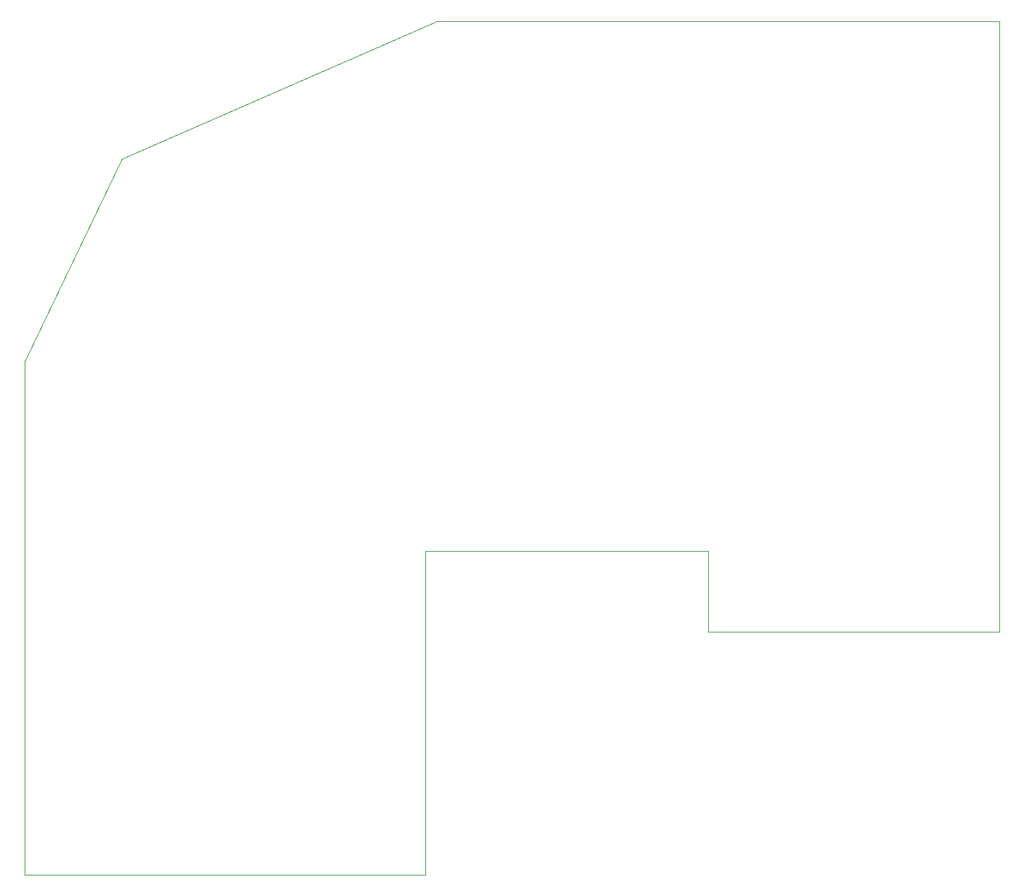
<source format=gbr>
%TF.GenerationSoftware,KiCad,Pcbnew,8.0.1*%
%TF.CreationDate,2024-04-28T21:32:14+02:00*%
%TF.ProjectId,Sword-keyboard,53776f72-642d-46b6-9579-626f6172642e,rev?*%
%TF.SameCoordinates,Original*%
%TF.FileFunction,Profile,NP*%
%FSLAX46Y46*%
G04 Gerber Fmt 4.6, Leading zero omitted, Abs format (unit mm)*
G04 Created by KiCad (PCBNEW 8.0.1) date 2024-04-28 21:32:14*
%MOMM*%
%LPD*%
G01*
G04 APERTURE LIST*
%TA.AperFunction,Profile*%
%ADD10C,0.050000*%
%TD*%
G04 APERTURE END LIST*
D10*
X221000000Y-135000000D02*
X185000000Y-135000000D01*
X221000000Y-59500000D02*
X221000000Y-135000000D01*
X150000000Y-125000000D02*
X150000000Y-165000000D01*
X100500000Y-101500000D02*
X112500000Y-76500000D01*
X100500000Y-165000000D02*
X100500000Y-101500000D01*
X185000000Y-125000000D02*
X185000000Y-135000000D01*
X150000000Y-165000000D02*
X100500000Y-165000000D01*
X151500000Y-59500000D02*
X221000000Y-59500000D01*
X112500000Y-76500000D02*
X151500000Y-59500000D01*
X150000000Y-125000000D02*
X185000000Y-125000000D01*
M02*

</source>
